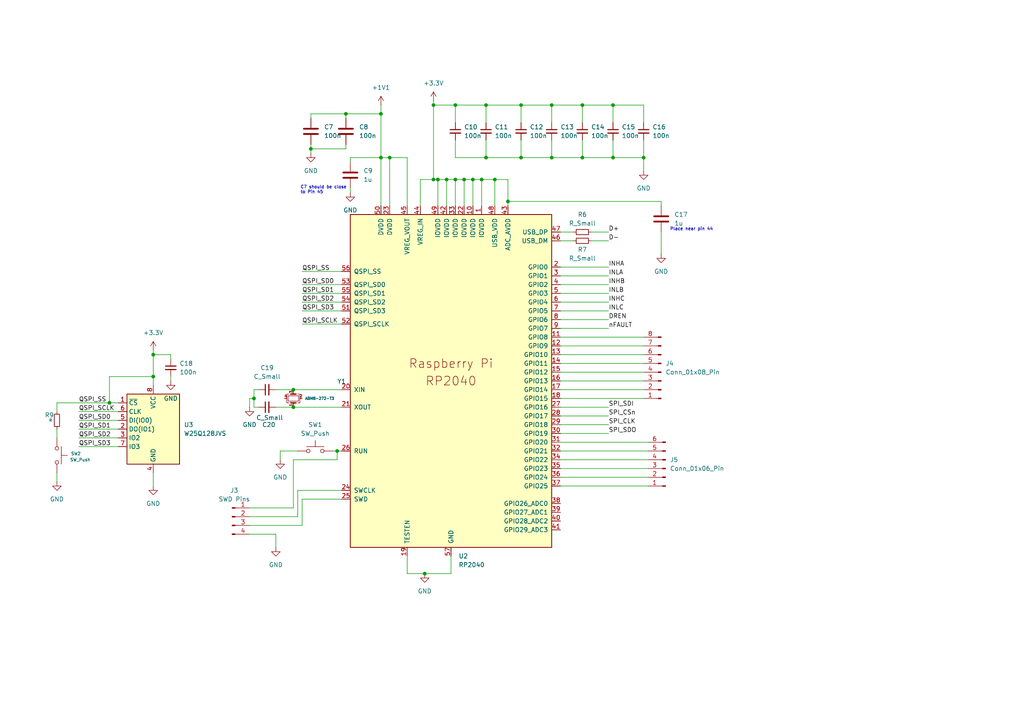
<source format=kicad_sch>
(kicad_sch (version 20231120) (generator "eeschema") (generator_version "8.0")
  (paper "A4")
  (lib_symbols
    (symbol "Connector:Conn_01x04_Pin" (pin_names (offset 1.016) hide)
      (property "Reference" "J" (at 0 5.08 0))
      (property "Value" "Conn_01x04_Pin" (at 0 -7.62 0))
      (symbol "Conn_01x04_Pin_1_1"
        (polyline (pts (xy 1.27 -5.08) (xy 0.8636 -5.08)) (stroke (width 0.1524)))
        (polyline (pts (xy 1.27 -2.54) (xy 0.8636 -2.54)) (stroke (width 0.1524)))
        (polyline (pts (xy 1.27 0) (xy 0.8636 0)) (stroke (width 0.1524)))
        (polyline (pts (xy 1.27 2.54) (xy 0.8636 2.54)) (stroke (width 0.1524)))
        (rectangle (start 0.8636 -4.953) (end 0 -5.207) (stroke (width 0.1524)) (fill (type outline)))
        (rectangle (start 0.8636 -2.413) (end 0 -2.667) (stroke (width 0.1524)) (fill (type outline)))
        (rectangle (start 0.8636 0.127) (end 0 -0.127) (stroke (width 0.1524)) (fill (type outline)))
        (rectangle (start 0.8636 2.667) (end 0 2.413) (stroke (width 0.1524)) (fill (type outline)))
        (pin passive line (at 5.08 2.54 180) (length 3.81) (name "Pin_1") (number "1"))
        (pin passive line (at 5.08 0 180) (length 3.81) (name "Pin_2") (number "2"))
        (pin passive line (at 5.08 -2.54 180) (length 3.81) (name "Pin_3") (number "3"))
        (pin passive line (at 5.08 -5.08 180) (length 3.81) (name "Pin_4") (number "4"))
      )
    )
    (symbol "Connector:Conn_01x06_Pin" (pin_names (offset 1.016) hide)
      (property "Reference" "J" (at 0 7.62 0))
      (property "Value" "Conn_01x06_Pin" (at 0 -10.16 0))
      (symbol "Conn_01x06_Pin_1_1"
        (polyline (pts (xy 1.27 -7.62) (xy 0.8636 -7.62)) (stroke (width 0.1524)))
        (polyline (pts (xy 1.27 -5.08) (xy 0.8636 -5.08)) (stroke (width 0.1524)))
        (polyline (pts (xy 1.27 -2.54) (xy 0.8636 -2.54)) (stroke (width 0.1524)))
        (polyline (pts (xy 1.27 0) (xy 0.8636 0)) (stroke (width 0.1524)))
        (polyline (pts (xy 1.27 2.54) (xy 0.8636 2.54)) (stroke (width 0.1524)))
        (polyline (pts (xy 1.27 5.08) (xy 0.8636 5.08)) (stroke (width 0.1524)))
        (rectangle (start 0.8636 -7.493) (end 0 -7.747) (stroke (width 0.1524)) (fill (type outline)))
        (rectangle (start 0.8636 -4.953) (end 0 -5.207) (stroke (width 0.1524)) (fill (type outline)))
        (rectangle (start 0.8636 -2.413) (end 0 -2.667) (stroke (width 0.1524)) (fill (type outline)))
        (rectangle (start 0.8636 0.127) (end 0 -0.127) (stroke (width 0.1524)) (fill (type outline)))
        (rectangle (start 0.8636 2.667) (end 0 2.413) (stroke (width 0.1524)) (fill (type outline)))
        (rectangle (start 0.8636 5.207) (end 0 4.953) (stroke (width 0.1524)) (fill (type outline)))
        (pin passive line (at 5.08 5.08 180) (length 3.81) (name "Pin_1") (number "1"))
        (pin passive line (at 5.08 2.54 180) (length 3.81) (name "Pin_2") (number "2"))
        (pin passive line (at 5.08 0 180) (length 3.81) (name "Pin_3") (number "3"))
        (pin passive line (at 5.08 -2.54 180) (length 3.81) (name "Pin_4") (number "4"))
        (pin passive line (at 5.08 -5.08 180) (length 3.81) (name "Pin_5") (number "5"))
        (pin passive line (at 5.08 -7.62 180) (length 3.81) (name "Pin_6") (number "6"))
      )
    )
    (symbol "Connector:Conn_01x08_Pin" (pin_names (offset 1.016) hide)
      (property "Reference" "J" (at 0 10.16 0))
      (property "Value" "Conn_01x08_Pin" (at 0 -12.7 0))
      (symbol "Conn_01x08_Pin_1_1"
        (polyline (pts (xy 1.27 -10.16) (xy 0.8636 -10.16)) (stroke (width 0.1524)))
        (polyline (pts (xy 1.27 -7.62) (xy 0.8636 -7.62)) (stroke (width 0.1524)))
        (polyline (pts (xy 1.27 -5.08) (xy 0.8636 -5.08)) (stroke (width 0.1524)))
        (polyline (pts (xy 1.27 -2.54) (xy 0.8636 -2.54)) (stroke (width 0.1524)))
        (polyline (pts (xy 1.27 0) (xy 0.8636 0)) (stroke (width 0.1524)))
        (polyline (pts (xy 1.27 2.54) (xy 0.8636 2.54)) (stroke (width 0.1524)))
        (polyline (pts (xy 1.27 5.08) (xy 0.8636 5.08)) (stroke (width 0.1524)))
        (polyline (pts (xy 1.27 7.62) (xy 0.8636 7.62)) (stroke (width 0.1524)))
        (rectangle (start 0.8636 -10.033) (end 0 -10.287) (stroke (width 0.1524)) (fill (type outline)))
        (rectangle (start 0.8636 -7.493) (end 0 -7.747) (stroke (width 0.1524)) (fill (type outline)))
        (rectangle (start 0.8636 -4.953) (end 0 -5.207) (stroke (width 0.1524)) (fill (type outline)))
        (rectangle (start 0.8636 -2.413) (end 0 -2.667) (stroke (width 0.1524)) (fill (type outline)))
        (rectangle (start 0.8636 0.127) (end 0 -0.127) (stroke (width 0.1524)) (fill (type outline)))
        (rectangle (start 0.8636 2.667) (end 0 2.413) (stroke (width 0.1524)) (fill (type outline)))
        (rectangle (start 0.8636 5.207) (end 0 4.953) (stroke (width 0.1524)) (fill (type outline)))
        (rectangle (start 0.8636 7.747) (end 0 7.493) (stroke (width 0.1524)) (fill (type outline)))
        (pin passive line (at 5.08 7.62 180) (length 3.81) (name "Pin_1") (number "1"))
        (pin passive line (at 5.08 5.08 180) (length 3.81) (name "Pin_2") (number "2"))
        (pin passive line (at 5.08 2.54 180) (length 3.81) (name "Pin_3") (number "3"))
        (pin passive line (at 5.08 0 180) (length 3.81) (name "Pin_4") (number "4"))
        (pin passive line (at 5.08 -2.54 180) (length 3.81) (name "Pin_5") (number "5"))
        (pin passive line (at 5.08 -5.08 180) (length 3.81) (name "Pin_6") (number "6"))
        (pin passive line (at 5.08 -7.62 180) (length 3.81) (name "Pin_7") (number "7"))
        (pin passive line (at 5.08 -10.16 180) (length 3.81) (name "Pin_8") (number "8"))
      )
    )
    (symbol "Device:C" (pin_numbers hide) (pin_names (offset 0.254))
      (property "Reference" "C" (at 0.635 2.54 0))
      (property "Value" "C" (at 0.635 -2.54 0))
      (symbol "C_0_1"
        (polyline (pts (xy -2.032 -0.762) (xy 2.032 -0.762)) (stroke (width 0.508)))
        (polyline (pts (xy -2.032 0.762) (xy 2.032 0.762)) (stroke (width 0.508)))
      )
      (symbol "C_1_1"
        (pin passive line (at 0 3.81 270) (length 2.794) (name "~") (number "1"))
        (pin passive line (at 0 -3.81 90) (length 2.794) (name "~") (number "2"))
      )
    )
    (symbol "Device:C_Small" (pin_numbers hide) (pin_names (offset 0.254) hide)
      (property "Reference" "C" (at 0.254 1.778 0))
      (property "Value" "C_Small" (at 0.254 -2.032 0))
      (symbol "C_Small_0_1"
        (polyline (pts (xy -1.524 -0.508) (xy 1.524 -0.508)) (stroke (width 0.3302)))
        (polyline (pts (xy -1.524 0.508) (xy 1.524 0.508)) (stroke (width 0.3048)))
      )
      (symbol "C_Small_1_1"
        (pin passive line (at 0 2.54 270) (length 2.032) (name "~") (number "1"))
        (pin passive line (at 0 -2.54 90) (length 2.032) (name "~") (number "2"))
      )
    )
    (symbol "Device:Crystal_GND24_Small" (pin_names (offset 1.016) hide)
      (property "Reference" "Y" (at 1.27 4.445 0))
      (property "Value" "Crystal_GND24_Small" (at 1.27 2.54 0))
      (symbol "Crystal_GND24_Small_0_1"
        (rectangle (start -0.762 -1.524) (end 0.762 1.524))
        (polyline (pts (xy -1.27 -0.762) (xy -1.27 0.762)) (stroke (width 0.381)))
        (polyline (pts (xy 1.27 -0.762) (xy 1.27 0.762)) (stroke (width 0.381)))
        (polyline (pts (xy -1.27 -1.27) (xy -1.27 -1.905) (xy 1.27 -1.905) (xy 1.27 -1.27)))
        (polyline (pts (xy -1.27 1.27) (xy -1.27 1.905) (xy 1.27 1.905) (xy 1.27 1.27)))
      )
      (symbol "Crystal_GND24_Small_1_1"
        (pin passive line (at -2.54 0 0) (length 1.27) (name "1") (number "1"))
        (pin passive line (at 0 -2.54 90) (length 0.635) (name "2") (number "2"))
        (pin passive line (at 2.54 0 180) (length 1.27) (name "3") (number "3"))
        (pin passive line (at 0 2.54 270) (length 0.635) (name "4") (number "4"))
      )
    )
    (symbol "Device:R_Small" (pin_numbers hide) (pin_names (offset 0.254) hide)
      (property "Reference" "R" (at 0.762 0.508 0))
      (property "Value" "R_Small" (at 0.762 -1.016 0))
      (symbol "R_Small_0_1"
        (rectangle (start -0.762 1.778) (end 0.762 -1.778) (stroke (width 0.2032)))
      )
      (symbol "R_Small_1_1"
        (pin passive line (at 0 2.54 270) (length 0.762) (name "~") (number "1"))
        (pin passive line (at 0 -2.54 90) (length 0.762) (name "~") (number "2"))
      )
    )
    (symbol "GND_10" (power) (pin_numbers hide) (pin_names (offset 0) hide)
      (property "Value" "GND" (at 0 -3.81 0))
      (symbol "GND_10_0_1"
        (polyline (pts (xy 0 0) (xy 0 -1.27) (xy 1.27 -1.27) (xy 0 -2.54) (xy -1.27 -1.27) (xy 0 -1.27)))
      )
      (symbol "GND_10_1_1"
        (pin power_in line (at 0 0 270) (length 0) (name "~") (number "1"))
      )
    )
    (symbol "GND_2" (power) (pin_numbers hide) (pin_names (offset 0) hide)
      (property "Value" "GND" (at 0 -3.81 0))
      (symbol "GND_2_0_1"
        (polyline (pts (xy 0 0) (xy 0 -1.27) (xy 1.27 -1.27) (xy 0 -2.54) (xy -1.27 -1.27) (xy 0 -1.27)))
      )
      (symbol "GND_2_1_1"
        (pin power_in line (at 0 0 270) (length 0) (name "~") (number "1"))
      )
    )
    (symbol "GND_7" (power) (pin_numbers hide) (pin_names (offset 0) hide)
      (property "Value" "GND" (at 0 -3.81 0))
      (symbol "GND_7_0_1"
        (polyline (pts (xy 0 0) (xy 0 -1.27) (xy 1.27 -1.27) (xy 0 -2.54) (xy -1.27 -1.27) (xy 0 -1.27)))
      )
      (symbol "GND_7_1_1"
        (pin power_in line (at 0 0 270) (length 0) (name "~") (number "1"))
      )
    )
    (symbol "GND_8" (power) (pin_numbers hide) (pin_names (offset 0) hide)
      (property "Value" "GND" (at 0 -3.81 0))
      (symbol "GND_8_0_1"
        (polyline (pts (xy 0 0) (xy 0 -1.27) (xy 1.27 -1.27) (xy 0 -2.54) (xy -1.27 -1.27) (xy 0 -1.27)))
      )
      (symbol "GND_8_1_1"
        (pin power_in line (at 0 0 270) (length 0) (name "~") (number "1"))
      )
    )
    (symbol "GND_9" (power) (pin_numbers hide) (pin_names (offset 0) hide)
      (property "Value" "GND" (at 0 -3.81 0))
      (symbol "GND_9_0_1"
        (polyline (pts (xy 0 0) (xy 0 -1.27) (xy 1.27 -1.27) (xy 0 -2.54) (xy -1.27 -1.27) (xy 0 -1.27)))
      )
      (symbol "GND_9_1_1"
        (pin power_in line (at 0 0 270) (length 0) (name "~") (number "1"))
      )
    )
    (symbol "Memory_Flash:W25Q128JVS"
      (property "Reference" "U" (at -8.89 8.89 0))
      (property "Value" "W25Q128JVS" (at 7.62 8.89 0))
      (symbol "W25Q128JVS_0_1"
        (rectangle (start -7.62 10.16) (end 7.62 -10.16) (stroke (width 0.254)) (fill (type background)))
      )
      (symbol "W25Q128JVS_1_1"
        (pin input line (at -10.16 7.62 0) (length 2.54) (name "~{CS}") (number "1"))
        (pin bidirectional line (at -10.16 0 0) (length 2.54) (name "DO(IO1)") (number "2"))
        (pin bidirectional line (at -10.16 -2.54 0) (length 2.54) (name "IO2") (number "3"))
        (pin power_in line (at 0 -12.7 90) (length 2.54) (name "GND") (number "4"))
        (pin bidirectional line (at -10.16 2.54 0) (length 2.54) (name "DI(IO0)") (number "5"))
        (pin input line (at -10.16 5.08 0) (length 2.54) (name "CLK") (number "6"))
        (pin bidirectional line (at -10.16 -5.08 0) (length 2.54) (name "IO3") (number "7"))
        (pin power_in line (at 0 12.7 270) (length 2.54) (name "VCC") (number "8"))
      )
    )
    (symbol "RP2040:RP2040" (pin_names (offset 1.016))
      (property "Reference" "U" (at -29.21 49.53 0))
      (property "Value" "RP2040" (at 24.13 -49.53 0))
      (symbol "RP2040_0_0"
        (text "Raspberry Pi" (at 0 5.08 0) (effects (font (size 2.54 2.54))))
        (text "RP2040" (at 0 0 0) (effects (font (size 2.54 2.54))))
      )
      (symbol "RP2040_0_1"
        (rectangle (start 29.21 48.26) (end -29.21 -48.26) (stroke (width 0.254)) (fill (type background)))
      )
      (symbol "RP2040_1_1"
        (pin power_in line (at 8.89 50.8 270) (length 2.54) (name "IOVDD") (number "1"))
        (pin power_in line (at 6.35 50.8 270) (length 2.54) (name "IOVDD") (number "10"))
        (pin bidirectional line (at 31.75 12.7 180) (length 2.54) (name "GPIO8") (number "11"))
        (pin bidirectional line (at 31.75 10.16 180) (length 2.54) (name "GPIO9") (number "12"))
        (pin bidirectional line (at 31.75 7.62 180) (length 2.54) (name "GPIO10") (number "13"))
        (pin bidirectional line (at 31.75 5.08 180) (length 2.54) (name "GPIO11") (number "14"))
        (pin bidirectional line (at 31.75 2.54 180) (length 2.54) (name "GPIO12") (number "15"))
        (pin bidirectional line (at 31.75 0 180) (length 2.54) (name "GPIO13") (number "16"))
        (pin bidirectional line (at 31.75 -2.54 180) (length 2.54) (name "GPIO14") (number "17"))
        (pin bidirectional line (at 31.75 -5.08 180) (length 2.54) (name "GPIO15") (number "18"))
        (pin passive line (at -12.7 -50.8 90) (length 2.54) (name "TESTEN") (number "19"))
        (pin bidirectional line (at 31.75 33.02 180) (length 2.54) (name "GPIO0") (number "2"))
        (pin input line (at -31.75 -2.54 0) (length 2.54) (name "XIN") (number "20"))
        (pin passive line (at -31.75 -7.62 0) (length 2.54) (name "XOUT") (number "21"))
        (pin power_in line (at 3.81 50.8 270) (length 2.54) (name "IOVDD") (number "22"))
        (pin power_in line (at -17.78 50.8 270) (length 2.54) (name "DVDD") (number "23"))
        (pin output line (at -31.75 -31.75 0) (length 2.54) (name "SWCLK") (number "24"))
        (pin bidirectional line (at -31.75 -34.29 0) (length 2.54) (name "SWD") (number "25"))
        (pin input line (at -31.75 -20.32 0) (length 2.54) (name "RUN") (number "26"))
        (pin bidirectional line (at 31.75 -7.62 180) (length 2.54) (name "GPIO16") (number "27"))
        (pin bidirectional line (at 31.75 -10.16 180) (length 2.54) (name "GPIO17") (number "28"))
        (pin bidirectional line (at 31.75 -12.7 180) (length 2.54) (name "GPIO18") (number "29"))
        (pin bidirectional line (at 31.75 30.48 180) (length 2.54) (name "GPIO1") (number "3"))
        (pin bidirectional line (at 31.75 -15.24 180) (length 2.54) (name "GPIO19") (number "30"))
        (pin bidirectional line (at 31.75 -17.78 180) (length 2.54) (name "GPIO20") (number "31"))
        (pin bidirectional line (at 31.75 -20.32 180) (length 2.54) (name "GPIO21") (number "32"))
        (pin power_in line (at 1.27 50.8 270) (length 2.54) (name "IOVDD") (number "33"))
        (pin bidirectional line (at 31.75 -22.86 180) (length 2.54) (name "GPIO22") (number "34"))
        (pin bidirectional line (at 31.75 -25.4 180) (length 2.54) (name "GPIO23") (number "35"))
        (pin bidirectional line (at 31.75 -27.94 180) (length 2.54) (name "GPIO24") (number "36"))
        (pin bidirectional line (at 31.75 -30.48 180) (length 2.54) (name "GPIO25") (number "37"))
        (pin bidirectional line (at 31.75 -35.56 180) (length 2.54) (name "GPIO26_ADC0") (number "38"))
        (pin bidirectional line (at 31.75 -38.1 180) (length 2.54) (name "GPIO27_ADC1") (number "39"))
        (pin bidirectional line (at 31.75 27.94 180) (length 2.54) (name "GPIO2") (number "4"))
        (pin bidirectional line (at 31.75 -40.64 180) (length 2.54) (name "GPIO28_ADC2") (number "40"))
        (pin bidirectional line (at 31.75 -43.18 180) (length 2.54) (name "GPIO29_ADC3") (number "41"))
        (pin power_in line (at -1.27 50.8 270) (length 2.54) (name "IOVDD") (number "42"))
        (pin power_in line (at 16.51 50.8 270) (length 2.54) (name "ADC_AVDD") (number "43"))
        (pin power_in line (at -8.89 50.8 270) (length 2.54) (name "VREG_IN") (number "44"))
        (pin power_out line (at -12.7 50.8 270) (length 2.54) (name "VREG_VOUT") (number "45"))
        (pin bidirectional line (at 31.75 40.64 180) (length 2.54) (name "USB_DM") (number "46"))
        (pin bidirectional line (at 31.75 43.18 180) (length 2.54) (name "USB_DP") (number "47"))
        (pin power_in line (at 12.7 50.8 270) (length 2.54) (name "USB_VDD") (number "48"))
        (pin power_in line (at -3.81 50.8 270) (length 2.54) (name "IOVDD") (number "49"))
        (pin bidirectional line (at 31.75 25.4 180) (length 2.54) (name "GPIO3") (number "5"))
        (pin power_in line (at -20.32 50.8 270) (length 2.54) (name "DVDD") (number "50"))
        (pin bidirectional line (at -31.75 20.32 0) (length 2.54) (name "QSPI_SD3") (number "51"))
        (pin output line (at -31.75 16.51 0) (length 2.54) (name "QSPI_SCLK") (number "52"))
        (pin bidirectional line (at -31.75 27.94 0) (length 2.54) (name "QSPI_SD0") (number "53"))
        (pin bidirectional line (at -31.75 22.86 0) (length 2.54) (name "QSPI_SD2") (number "54"))
        (pin bidirectional line (at -31.75 25.4 0) (length 2.54) (name "QSPI_SD1") (number "55"))
        (pin bidirectional line (at -31.75 31.75 0) (length 2.54) (name "QSPI_SS") (number "56"))
        (pin power_in line (at 0 -50.8 90) (length 2.54) (name "GND") (number "57"))
        (pin bidirectional line (at 31.75 22.86 180) (length 2.54) (name "GPIO4") (number "6"))
        (pin bidirectional line (at 31.75 20.32 180) (length 2.54) (name "GPIO5") (number "7"))
        (pin bidirectional line (at 31.75 17.78 180) (length 2.54) (name "GPIO6") (number "8"))
        (pin bidirectional line (at 31.75 15.24 180) (length 2.54) (name "GPIO7") (number "9"))
      )
    )
    (symbol "Switch:SW_Push" (pin_numbers hide) (pin_names (offset 1.016) hide)
      (property "Reference" "SW" (at 1.27 2.54 0))
      (property "Value" "SW_Push" (at 0 -1.524 0))
      (symbol "SW_Push_0_1"
        (circle (center -2.032 0) (radius 0.508))
        (polyline (pts (xy 0 1.27) (xy 0 3.048)))
        (polyline (pts (xy 2.54 1.27) (xy -2.54 1.27)))
        (circle (center 2.032 0) (radius 0.508))
        (pin passive line (at -5.08 0 0) (length 2.54) (name "1") (number "1"))
        (pin passive line (at 5.08 0 180) (length 2.54) (name "2") (number "2"))
      )
    )
    (symbol "power:+1V1" (power) (pin_numbers hide) (pin_names (offset 0) hide)
      (property "Value" "+1V1" (at 0 3.556 0))
      (symbol "+1V1_0_1"
        (polyline (pts (xy -0.762 1.27) (xy 0 2.54)))
        (polyline (pts (xy 0 0) (xy 0 2.54)))
        (polyline (pts (xy 0 2.54) (xy 0.762 1.27)))
      )
      (symbol "+1V1_1_1"
        (pin power_in line (at 0 0 90) (length 0) (name "~") (number "1"))
      )
    )
    (symbol "power:+3.3V" (power) (pin_numbers hide) (pin_names (offset 0) hide)
      (property "Value" "+3.3V" (at 0 3.556 0))
      (symbol "+3.3V_0_1"
        (polyline (pts (xy -0.762 1.27) (xy 0 2.54)))
        (polyline (pts (xy 0 0) (xy 0 2.54)))
        (polyline (pts (xy 0 2.54) (xy 0.762 1.27)))
      )
      (symbol "+3.3V_1_1"
        (pin power_in line (at 0 0 90) (length 0) (name "~") (number "1"))
      )
    )
    (symbol "power:GND" (power) (pin_numbers hide) (pin_names (offset 0) hide)
      (property "Value" "GND" (at 0 -3.81 0))
      (symbol "GND_0_1"
        (polyline (pts (xy 0 0) (xy 0 -1.27) (xy 1.27 -1.27) (xy 0 -2.54) (xy -1.27 -1.27) (xy 0 -1.27)))
      )
      (symbol "GND_1_1"
        (pin power_in line (at 0 0 270) (length 0) (name "~") (number "1"))
      )
    )
  )
  (junction (at 110.49 45.72))
  (junction (at 140.97 45.72))
  (junction (at 85.09 113.03))
  (junction (at 100.33 33.02))
  (junction (at 137.16 52.07))
  (junction (at 151.13 30.48))
  (junction (at 139.7 52.07))
  (junction (at 90.17 43.18))
  (junction (at 125.73 30.48))
  (junction (at 129.54 52.07))
  (junction (at 160.02 30.48))
  (junction (at 151.13 45.72))
  (junction (at 132.08 52.07))
  (junction (at 140.97 30.48))
  (junction (at 168.91 30.48))
  (junction (at 44.45 102.87))
  (junction (at 132.08 30.48))
  (junction (at 186.69 45.72))
  (junction (at 85.09 118.11))
  (junction (at 127 52.07))
  (junction (at 113.03 45.72))
  (junction (at 110.49 33.02))
  (junction (at 31.75 116.84))
  (junction (at 160.02 45.72))
  (junction (at 44.45 109.22))
  (junction (at 177.8 45.72))
  (junction (at 143.51 52.07))
  (junction (at 134.62 52.07))
  (junction (at 97.79 130.81))
  (junction (at 147.32 58.42))
  (junction (at 168.91 45.72))
  (junction (at 73.66 115.57))
  (junction (at 125.73 52.07))
  (junction (at 177.8 30.48))
  (junction (at 123.19 166.37))
  (wire (pts (xy 118.11 59.69) (xy 118.11 45.72)))
  (wire (pts (xy 110.49 45.72) (xy 101.6 45.72)))
  (wire (pts (xy 121.92 52.07) (xy 121.92 59.69)))
  (wire (pts (xy 162.56 130.81) (xy 187.96 130.81)))
  (wire (pts (xy 162.56 100.33) (xy 186.69 100.33)))
  (wire (pts (xy 22.86 127) (xy 34.29 127)))
  (wire (pts (xy 162.56 120.65) (xy 176.53 120.65)))
  (wire (pts (xy 177.8 45.72) (xy 186.69 45.72)))
  (wire (pts (xy 134.62 52.07) (xy 132.08 52.07)))
  (wire (pts (xy 110.49 33.02) (xy 110.49 45.72)))
  (wire (pts (xy 177.8 40.64) (xy 177.8 45.72)))
  (wire (pts (xy 132.08 35.56) (xy 132.08 30.48)))
  (wire (pts (xy 143.51 52.07) (xy 143.51 59.69)))
  (wire (pts (xy 162.56 90.17) (xy 176.53 90.17)))
  (wire (pts (xy 97.79 130.81) (xy 99.06 130.81)))
  (wire (pts (xy 22.86 129.54) (xy 34.29 129.54)))
  (wire (pts (xy 140.97 30.48) (xy 151.13 30.48)))
  (wire (pts (xy 140.97 40.64) (xy 140.97 45.72)))
  (wire (pts (xy 132.08 30.48) (xy 140.97 30.48)))
  (wire (pts (xy 85.09 147.32) (xy 72.39 147.32)))
  (wire (pts (xy 162.56 92.71) (xy 176.53 92.71)))
  (wire (pts (xy 151.13 30.48) (xy 160.02 30.48)))
  (wire (pts (xy 162.56 85.09) (xy 176.53 85.09)))
  (wire (pts (xy 129.54 52.07) (xy 127 52.07)))
  (wire (pts (xy 162.56 82.55) (xy 176.53 82.55)))
  (wire (pts (xy 86.36 149.86) (xy 72.39 149.86)))
  (wire (pts (xy 81.28 130.81) (xy 81.28 133.35)))
  (wire (pts (xy 49.53 109.22) (xy 49.53 110.49)))
  (wire (pts (xy 168.91 45.72) (xy 177.8 45.72)))
  (wire (pts (xy 87.63 85.09) (xy 99.06 85.09)))
  (wire (pts (xy 186.69 45.72) (xy 186.69 40.64)))
  (wire (pts (xy 100.33 33.02) (xy 110.49 33.02)))
  (wire (pts (xy 113.03 45.72) (xy 110.49 45.72)))
  (wire (pts (xy 16.51 116.84) (xy 31.75 116.84)))
  (wire (pts (xy 132.08 52.07) (xy 132.08 59.69)))
  (wire (pts (xy 90.17 33.02) (xy 90.17 34.29)))
  (wire (pts (xy 162.56 67.31) (xy 166.37 67.31)))
  (wire (pts (xy 87.63 93.98) (xy 99.06 93.98)))
  (wire (pts (xy 162.56 113.03) (xy 186.69 113.03)))
  (wire (pts (xy 137.16 52.07) (xy 134.62 52.07)))
  (wire (pts (xy 132.08 45.72) (xy 140.97 45.72)))
  (wire (pts (xy 72.39 115.57) (xy 72.39 118.11)))
  (wire (pts (xy 87.63 78.74) (xy 99.06 78.74)))
  (wire (pts (xy 44.45 137.16) (xy 44.45 140.97)))
  (wire (pts (xy 162.56 123.19) (xy 176.53 123.19)))
  (wire (pts (xy 160.02 40.64) (xy 160.02 45.72)))
  (wire (pts (xy 96.52 130.81) (xy 97.79 130.81)))
  (wire (pts (xy 85.09 113.03) (xy 99.06 113.03)))
  (wire (pts (xy 87.63 87.63) (xy 99.06 87.63)))
  (wire (pts (xy 168.91 30.48) (xy 177.8 30.48)))
  (wire (pts (xy 31.75 116.84) (xy 31.75 109.22)))
  (wire (pts (xy 162.56 97.79) (xy 186.69 97.79)))
  (wire (pts (xy 129.54 52.07) (xy 129.54 59.69)))
  (wire (pts (xy 123.19 166.37) (xy 130.81 166.37)))
  (wire (pts (xy 177.8 30.48) (xy 186.69 30.48)))
  (wire (pts (xy 110.49 45.72) (xy 110.49 59.69)))
  (wire (pts (xy 87.63 90.17) (xy 99.06 90.17)))
  (wire (pts (xy 191.77 58.42) (xy 191.77 59.69)))
  (wire (pts (xy 16.51 116.84) (xy 16.51 119.38)))
  (wire (pts (xy 49.53 102.87) (xy 49.53 104.14)))
  (wire (pts (xy 90.17 44.45) (xy 90.17 43.18)))
  (wire (pts (xy 87.63 152.4) (xy 72.39 152.4)))
  (wire (pts (xy 132.08 52.07) (xy 129.54 52.07)))
  (wire (pts (xy 162.56 95.25) (xy 176.53 95.25)))
  (wire (pts (xy 86.36 142.24) (xy 86.36 149.86)))
  (wire (pts (xy 147.32 59.69) (xy 147.32 58.42)))
  (wire (pts (xy 118.11 166.37) (xy 123.19 166.37)))
  (wire (pts (xy 186.69 45.72) (xy 186.69 49.53)))
  (wire (pts (xy 90.17 43.18) (xy 90.17 41.91)))
  (wire (pts (xy 168.91 40.64) (xy 168.91 45.72)))
  (wire (pts (xy 31.75 109.22) (xy 44.45 109.22)))
  (wire (pts (xy 137.16 52.07) (xy 137.16 59.69)))
  (wire (pts (xy 16.51 124.46) (xy 16.51 127)))
  (wire (pts (xy 16.51 137.16) (xy 16.51 139.7)))
  (wire (pts (xy 160.02 30.48) (xy 168.91 30.48)))
  (wire (pts (xy 162.56 133.35) (xy 187.96 133.35)))
  (wire (pts (xy 118.11 45.72) (xy 113.03 45.72)))
  (wire (pts (xy 100.33 33.02) (xy 100.33 34.29)))
  (wire (pts (xy 151.13 40.64) (xy 151.13 45.72)))
  (wire (pts (xy 162.56 87.63) (xy 176.53 87.63)))
  (wire (pts (xy 100.33 43.18) (xy 90.17 43.18)))
  (wire (pts (xy 73.66 115.57) (xy 72.39 115.57)))
  (wire (pts (xy 80.01 118.11) (xy 85.09 118.11)))
  (wire (pts (xy 80.01 154.94) (xy 80.01 158.75)))
  (wire (pts (xy 162.56 69.85) (xy 166.37 69.85)))
  (wire (pts (xy 151.13 45.72) (xy 160.02 45.72)))
  (wire (pts (xy 186.69 30.48) (xy 186.69 35.56)))
  (wire (pts (xy 139.7 52.07) (xy 137.16 52.07)))
  (wire (pts (xy 162.56 80.01) (xy 176.53 80.01)))
  (wire (pts (xy 162.56 138.43) (xy 187.96 138.43)))
  (wire (pts (xy 31.75 116.84) (xy 34.29 116.84)))
  (wire (pts (xy 147.32 58.42) (xy 147.32 52.07)))
  (wire (pts (xy 80.01 113.03) (xy 85.09 113.03)))
  (wire (pts (xy 125.73 52.07) (xy 121.92 52.07)))
  (wire (pts (xy 100.33 41.91) (xy 100.33 43.18)))
  (wire (pts (xy 162.56 118.11) (xy 176.53 118.11)))
  (wire (pts (xy 151.13 30.48) (xy 151.13 35.56)))
  (wire (pts (xy 22.86 124.46) (xy 34.29 124.46)))
  (wire (pts (xy 44.45 101.6) (xy 44.45 102.87)))
  (wire (pts (xy 110.49 30.48) (xy 110.49 33.02)))
  (wire (pts (xy 22.86 121.92) (xy 34.29 121.92)))
  (wire (pts (xy 125.73 30.48) (xy 125.73 52.07)))
  (wire (pts (xy 162.56 115.57) (xy 186.69 115.57)))
  (wire (pts (xy 147.32 52.07) (xy 143.51 52.07)))
  (wire (pts (xy 130.81 161.29) (xy 130.81 166.37)))
  (wire (pts (xy 73.66 113.03) (xy 73.66 115.57)))
  (wire (pts (xy 73.66 118.11) (xy 74.93 118.11)))
  (wire (pts (xy 101.6 45.72) (xy 101.6 46.99)))
  (wire (pts (xy 97.79 130.81) (xy 97.79 133.35)))
  (wire (pts (xy 97.79 133.35) (xy 85.09 133.35)))
  (wire (pts (xy 73.66 115.57) (xy 73.66 118.11)))
  (wire (pts (xy 86.36 130.81) (xy 81.28 130.81)))
  (wire (pts (xy 162.56 105.41) (xy 186.69 105.41)))
  (wire (pts (xy 160.02 30.48) (xy 160.02 35.56)))
  (wire (pts (xy 171.45 69.85) (xy 176.53 69.85)))
  (wire (pts (xy 87.63 144.78) (xy 87.63 152.4)))
  (wire (pts (xy 22.86 119.38) (xy 34.29 119.38)))
  (wire (pts (xy 101.6 54.61) (xy 101.6 55.88)))
  (wire (pts (xy 127 52.07) (xy 127 59.69)))
  (wire (pts (xy 90.17 33.02) (xy 100.33 33.02)))
  (wire (pts (xy 143.51 52.07) (xy 139.7 52.07)))
  (wire (pts (xy 139.7 52.07) (xy 139.7 59.69)))
  (wire (pts (xy 177.8 30.48) (xy 177.8 35.56)))
  (wire (pts (xy 191.77 67.31) (xy 191.77 73.66)))
  (wire (pts (xy 99.06 142.24) (xy 86.36 142.24)))
  (wire (pts (xy 72.39 154.94) (xy 80.01 154.94)))
  (wire (pts (xy 44.45 102.87) (xy 49.53 102.87)))
  (wire (pts (xy 99.06 144.78) (xy 87.63 144.78)))
  (wire (pts (xy 160.02 45.72) (xy 168.91 45.72)))
  (wire (pts (xy 125.73 30.48) (xy 132.08 30.48)))
  (wire (pts (xy 85.09 133.35) (xy 85.09 147.32)))
  (wire (pts (xy 162.56 110.49) (xy 186.69 110.49)))
  (wire (pts (xy 168.91 30.48) (xy 168.91 35.56)))
  (wire (pts (xy 74.93 113.03) (xy 73.66 113.03)))
  (wire (pts (xy 162.56 77.47) (xy 176.53 77.47)))
  (wire (pts (xy 140.97 30.48) (xy 140.97 35.56)))
  (wire (pts (xy 87.63 82.55) (xy 99.06 82.55)))
  (wire (pts (xy 162.56 125.73) (xy 176.53 125.73)))
  (wire (pts (xy 118.11 161.29) (xy 118.11 166.37)))
  (wire (pts (xy 162.56 135.89) (xy 187.96 135.89)))
  (wire (pts (xy 171.45 67.31) (xy 176.53 67.31)))
  (wire (pts (xy 140.97 45.72) (xy 151.13 45.72)))
  (wire (pts (xy 125.73 29.21) (xy 125.73 30.48)))
  (wire (pts (xy 162.56 107.95) (xy 186.69 107.95)))
  (wire (pts (xy 85.09 118.11) (xy 99.06 118.11)))
  (wire (pts (xy 147.32 58.42) (xy 191.77 58.42)))
  (wire (pts (xy 162.56 102.87) (xy 186.69 102.87)))
  (wire (pts (xy 44.45 102.87) (xy 44.45 109.22)))
  (wire (pts (xy 162.56 140.97) (xy 187.96 140.97)))
  (wire (pts (xy 134.62 52.07) (xy 134.62 59.69)))
  (wire (pts (xy 162.56 128.27) (xy 187.96 128.27)))
  (wire (pts (xy 113.03 45.72) (xy 113.03 59.69)))
  (wire (pts (xy 44.45 109.22) (xy 44.45 111.76)))
  (wire (pts (xy 132.08 40.64) (xy 132.08 45.72)))
  (wire (pts (xy 127 52.07) (xy 125.73 52.07)))
  (text "C7 should be close\nto Pin 45" (at 87.122 55.118 0) (effects (font (size 0.889 0.889)) (justify left)))
  (text "Place near pin 44" (at 194.31 66.548 0) (effects (font (size 0.889 0.889)) (justify left)))
  (label "QSPI_SD3" (at 87.63 90.17 0))
  (label "D-" (at 176.53 69.85 0))
  (label "INHC" (at 176.53 87.63 0))
  (label "nFAULT" (at 176.53 95.25 0))
  (label "QSPI_SD1" (at 87.63 85.09 0))
  (label "QSPI_SD2" (at 87.63 87.63 0))
  (label "QSPI_SD1" (at 22.86 124.46 0))
  (label "SPI_CLK" (at 176.53 123.19 0))
  (label "QSPI_SD0" (at 22.86 121.92 0))
  (label "INHB" (at 176.53 82.55 0))
  (label "SPI_SDO" (at 176.53 125.73 0))
  (label "SPI_CSn" (at 176.53 120.65 0))
  (label "INLA" (at 176.53 80.01 0))
  (label "QSPI_SS" (at 87.63 78.74 0))
  (label "INLC" (at 176.53 90.17 0))
  (label "QSPI_SCLK" (at 87.63 93.98 0))
  (label "QSPI_SCLK" (at 22.86 119.38 0))
  (label "D+" (at 176.53 67.31 0))
  (label "QSPI_SS" (at 22.86 116.84 0))
  (label "INHA" (at 176.53 77.47 0))
  (label "QSPI_SD3" (at 22.86 129.54 0))
  (label "DREN" (at 176.53 92.71 0))
  (label "QSPI_SD2" (at 22.86 127 0))
  (label "SPI_SDI" (at 176.53 118.11 0))
  (label "INLB" (at 176.53 85.09 0))
  (label "QSPI_SD0" (at 87.63 82.55 0))
  (symbol (lib_id "power:+1V1") (at 110.49 30.48 0) (unit 1)
    (property "Reference" "#PWR018" (effects (hide yes)))
    (property "Value" "+1V1" (at 110.49 25.4 0))
    (property "Description" "Power symbol creates a global label with name \"+1V1\"" (effects (hide yes)))
  )
  (symbol (lib_id "Device:C_Small") (at 177.8 38.1 0) (unit 1)
    (property "Reference" "C15" (at 180.34 36.8362 0) (effects (justify left)))
    (property "Value" "100n" (at 180.34 39.3762 0) (effects (justify left)))
    (property "Description" "Unpolarized capacitor, small symbol" (effects (hide yes)))
  )
  (symbol (lib_id "Device:C_Small") (at 151.13 38.1 0) (unit 1)
    (property "Reference" "C12" (at 153.67 36.8362 0) (effects (justify left)))
    (property "Value" "100n" (at 153.67 39.3762 0) (effects (justify left)))
    (property "Description" "Unpolarized capacitor, small symbol" (effects (hide yes)))
  )
  (symbol (lib_name "GND_2") (lib_id "power:GND") (at 123.19 166.37 0) (unit 1)
    (property "Reference" "#PWR019" (effects (hide yes)))
    (property "Value" "GND" (at 123.19 171.45 0))
    (property "Description" "Power symbol creates a global label with name \"GND\" , ground" (effects (hide yes)))
  )
  (symbol (lib_id "power:GND") (at 81.28 133.35 0) (unit 1)
    (property "Reference" "#PWR030" (effects (hide yes)))
    (property "Value" "GND" (at 81.28 138.43 0))
    (property "Description" "Power symbol creates a global label with name \"GND\" , ground" (effects (hide yes)))
  )
  (symbol (lib_id "Memory_Flash:W25Q128JVS") (at 44.45 124.46 0) (unit 1)
    (property "Reference" "U3" (at 53.34 123.1899 0) (effects (justify left)))
    (property "Value" "W25Q128JVS" (at 53.34 125.7299 0) (effects (justify left)))
    (property "Footprint" "Package_SO:SOIC-8_5.23x5.23mm_P1.27mm" (effects (hide yes)))
    (property "Datasheet" "http://www.winbond.com/resource-files/w25q128jv_dtr%20revc%2003272018%20plus.pdf" (effects (hide yes)))
    (property "Description" "128Mb Serial Flash Memory, Standard/Dual/Quad SPI, SOIC-8" (effects (hide yes)))
  )
  (symbol (lib_id "Device:C_Small") (at 168.91 38.1 0) (unit 1)
    (property "Reference" "C14" (at 171.45 36.8362 0) (effects (justify left)))
    (property "Value" "100n" (at 171.45 39.3762 0) (effects (justify left)))
    (property "Description" "Unpolarized capacitor, small symbol" (effects (hide yes)))
  )
  (symbol (lib_id "power:GND") (at 80.01 158.75 0) (unit 1)
    (property "Reference" "#PWR033" (effects (hide yes)))
    (property "Value" "GND" (at 80.01 163.83 0))
    (property "Description" "Power symbol creates a global label with name \"GND\" , ground" (effects (hide yes)))
  )
  (symbol (lib_name "GND_8") (lib_id "power:GND") (at 90.17 44.45 0) (unit 1)
    (property "Reference" "#PWR015" (effects (hide yes)))
    (property "Value" "GND" (at 90.17 49.53 0))
    (property "Description" "Power symbol creates a global label with name \"GND\" , ground" (effects (hide yes)))
  )
  (symbol (lib_id "RP2040:RP2040") (at 130.81 110.49 0) (unit 1)
    (property "Reference" "U2" (at 133.0041 161.29 0) (effects (justify left)))
    (property "Value" "RP2040" (at 133.0041 163.83 0) (effects (justify left)))
    (property "Footprint" "RP2040:RP2040-QFN-56" (effects (hide yes)))
  )
  (symbol (lib_id "Device:C") (at 101.6 50.8 0) (unit 1)
    (property "Reference" "C9" (at 105.41 49.5299 0) (effects (justify left)))
    (property "Value" "1u" (at 105.41 52.0699 0) (effects (justify left)))
    (property "Description" "Unpolarized capacitor" (effects (hide yes)))
  )
  (symbol (lib_id "Device:C_Small") (at 77.47 118.11 90) (unit 1)
    (property "Reference" "C20" (at 77.978 123.19 90))
    (property "Value" "C_Small" (at 78.232 121.158 90))
    (property "Description" "Unpolarized capacitor, small symbol" (effects (hide yes)))
  )
  (symbol (lib_id "Device:C") (at 191.77 63.5 0) (unit 1)
    (property "Reference" "C17" (at 195.58 62.2299 0) (effects (justify left)))
    (property "Value" "1u" (at 195.58 64.7699 0) (effects (justify left)))
    (property "Description" "Unpolarized capacitor" (effects (hide yes)))
  )
  (symbol (lib_id "Device:Crystal_GND24_Small") (at 85.09 115.57 90) (unit 1)
    (property "Reference" "Y1" (at 99.06 110.6168 90))
    (property "Value" "ABM8-272-T3" (at 92.71 115.57 90) (effects (font (size 0.762 0.762))))
    (property "Description" "Four pin crystal, GND on pins 2 and 4, small symbol" (effects (hide yes)))
  )
  (symbol (lib_id "Device:R_Small") (at 168.91 67.31 90) (unit 1)
    (property "Reference" "R6" (at 168.91 62.23 90))
    (property "Value" "R_Small" (at 168.91 64.77 90))
    (property "Description" "Resistor, small symbol" (effects (hide yes)))
  )
  (symbol (lib_id "power:GND") (at 49.53 110.49 0) (unit 1)
    (property "Reference" "#PWR024" (effects (hide yes)))
    (property "Value" "GND" (at 49.53 115.57 0))
    (property "Description" "Power symbol creates a global label with name \"GND\" , ground" (effects (hide yes)))
  )
  (symbol (lib_id "Device:C_Small") (at 140.97 38.1 0) (unit 1)
    (property "Reference" "C11" (at 143.51 36.8362 0) (effects (justify left)))
    (property "Value" "100n" (at 143.51 39.3762 0) (effects (justify left)))
    (property "Description" "Unpolarized capacitor, small symbol" (effects (hide yes)))
  )
  (symbol (lib_id "Connector:Conn_01x06_Pin") (at 193.04 135.89 180) (unit 1)
    (property "Reference" "J5" (at 194.31 133.3499 0) (effects (justify right)))
    (property "Value" "Conn_01x06_Pin" (at 194.31 135.8899 0) (effects (justify right)))
    (property "Description" "Generic connector, single row, 01x06, script generated" (effects (hide yes)))
  )
  (symbol (lib_id "Device:C_Small") (at 132.08 38.1 0) (unit 1)
    (property "Reference" "C10" (at 134.62 36.8362 0) (effects (justify left)))
    (property "Value" "100n" (at 134.62 39.3762 0) (effects (justify left)))
    (property "Description" "Unpolarized capacitor, small symbol" (effects (hide yes)))
  )
  (symbol (lib_id "Device:R_Small") (at 16.51 121.92 0) (unit 1)
    (property "Reference" "R9" (at 12.954 120.396 0) (effects (justify left)))
    (property "Value" "R" (at 14.224 121.92 0) (effects (font (size 0.762 0.762)) (justify left)))
    (property "Description" "Resistor, small symbol" (effects (hide yes)))
  )
  (symbol (lib_id "power:+3.3V") (at 125.73 29.21 0) (unit 1)
    (property "Reference" "#PWR020" (effects (hide yes)))
    (property "Value" "+3.3V" (at 125.73 24.13 0))
    (property "Description" "Power symbol creates a global label with name \"+3.3V\"" (effects (hide yes)))
  )
  (symbol (lib_id "Connector:Conn_01x08_Pin") (at 191.77 107.95 180) (unit 1)
    (property "Reference" "J4" (at 193.04 105.4099 0) (effects (justify right)))
    (property "Value" "Conn_01x08_Pin" (at 193.04 107.9499 0) (effects (justify right)))
    (property "Description" "Generic connector, single row, 01x08, script generated" (effects (hide yes)))
  )
  (symbol (lib_id "Device:R_Small") (at 168.91 69.85 270) (unit 1)
    (property "Reference" "R7" (at 168.91 72.39 90))
    (property "Value" "R_Small" (at 168.91 74.93 90))
    (property "Description" "Resistor, small symbol" (effects (hide yes)))
  )
  (symbol (lib_id "power:GND") (at 44.45 140.97 0) (unit 1)
    (property "Reference" "#PWR025" (effects (hide yes)))
    (property "Value" "GND" (at 44.45 146.05 0))
    (property "Description" "Power symbol creates a global label with name \"GND\" , ground" (effects (hide yes)))
  )
  (symbol (lib_id "Switch:SW_Push") (at 16.51 132.08 270) (unit 1)
    (property "Reference" "SW2" (at 20.574 131.572 90) (effects (font (size 0.889 0.889)) (justify left)))
    (property "Value" "SW_Push" (at 20.32 133.35 90) (effects (font (size 0.889 0.889)) (justify left)))
    (property "Footprint" "Button_Switch_THT:SW_PUSH_6mm" (effects (hide yes)))
    (property "Description" "Push button switch, generic, two pins" (effects (hide yes)))
  )
  (symbol (lib_id "Device:C_Small") (at 77.47 113.03 90) (unit 1)
    (property "Reference" "C19" (at 77.4763 106.68 90))
    (property "Value" "C_Small" (at 77.4763 109.22 90))
    (property "Description" "Unpolarized capacitor, small symbol" (effects (hide yes)))
  )
  (symbol (lib_name "GND_10") (lib_id "power:GND") (at 191.77 73.66 0) (unit 1)
    (property "Reference" "#PWR022" (effects (hide yes)))
    (property "Value" "GND" (at 191.77 78.74 0))
    (property "Description" "Power symbol creates a global label with name \"GND\" , ground" (effects (hide yes)))
  )
  (symbol (lib_id "Device:C_Small") (at 160.02 38.1 0) (unit 1)
    (property "Reference" "C13" (at 162.56 36.8362 0) (effects (justify left)))
    (property "Value" "100n" (at 162.56 39.3762 0) (effects (justify left)))
    (property "Description" "Unpolarized capacitor, small symbol" (effects (hide yes)))
  )
  (symbol (lib_id "power:GND") (at 16.51 139.7 0) (unit 1)
    (property "Reference" "#PWR032" (effects (hide yes)))
    (property "Value" "GND" (at 16.51 144.78 0))
    (property "Description" "Power symbol creates a global label with name \"GND\" , ground" (effects (hide yes)))
  )
  (symbol (lib_id "Device:C") (at 90.17 38.1 0) (unit 1)
    (property "Reference" "C7" (at 93.98 36.8299 0) (effects (justify left)))
    (property "Value" "100n" (at 93.98 39.3699 0) (effects (justify left)))
    (property "Description" "Unpolarized capacitor" (effects (hide yes)))
  )
  (symbol (lib_id "Connector:Conn_01x04_Pin") (at 67.31 149.86 0) (unit 1)
    (property "Reference" "J3" (at 67.945 142.24 0))
    (property "Value" "SWD Pins" (at 67.945 144.78 0))
    (property "Description" "Generic connector, single row, 01x04, script generated" (effects (hide yes)))
  )
  (symbol (lib_id "power:+3.3V") (at 44.45 101.6 0) (unit 1)
    (property "Reference" "#PWR023" (effects (hide yes)))
    (property "Value" "+3.3V" (at 44.45 96.52 0))
    (property "Description" "Power symbol creates a global label with name \"+3.3V\"" (effects (hide yes)))
  )
  (symbol (lib_id "Switch:SW_Push") (at 91.44 130.81 0) (unit 1)
    (property "Reference" "SW1" (at 91.44 123.19 0))
    (property "Value" "SW_Push" (at 91.44 125.73 0))
    (property "Footprint" "Button_Switch_THT:SW_PUSH_6mm" (effects (hide yes)))
    (property "Description" "Push button switch, generic, two pins" (effects (hide yes)))
  )
  (symbol (lib_id "Device:C_Small") (at 186.69 38.1 0) (unit 1)
    (property "Reference" "C16" (at 189.23 36.8362 0) (effects (justify left)))
    (property "Value" "100n" (at 189.23 39.3762 0) (effects (justify left)))
    (property "Description" "Unpolarized capacitor, small symbol" (effects (hide yes)))
  )
  (symbol (lib_id "Device:C_Small") (at 49.53 106.68 0) (unit 1)
    (property "Reference" "C18" (at 52.07 105.4162 0) (effects (justify left)))
    (property "Value" "100n" (at 52.07 107.9562 0) (effects (justify left)))
    (property "Description" "Unpolarized capacitor, small symbol" (effects (hide yes)))
  )
  (symbol (lib_name "GND_9") (lib_id "power:GND") (at 186.69 49.53 0) (unit 1)
    (property "Reference" "#PWR021" (effects (hide yes)))
    (property "Value" "GND" (at 186.69 54.61 0))
    (property "Description" "Power symbol creates a global label with name \"GND\" , ground" (effects (hide yes)))
  )
  (symbol (lib_name "GND_7") (lib_id "power:GND") (at 101.6 55.88 0) (unit 1)
    (property "Reference" "#PWR017" (effects (hide yes)))
    (property "Value" "GND" (at 101.6 60.96 0))
    (property "Description" "Power symbol creates a global label with name \"GND\" , ground" (effects (hide yes)))
  )
  (symbol (lib_id "power:GND") (at 72.39 118.11 0) (unit 1)
    (property "Reference" "#PWR031" (effects (hide yes)))
    (property "Value" "GND" (at 72.39 123.19 0))
    (property "Description" "Power symbol creates a global label with name \"GND\" , ground" (effects (hide yes)))
  )
  (symbol (lib_id "Device:C") (at 100.33 38.1 0) (unit 1)
    (property "Reference" "C8" (at 104.14 36.8299 0) (effects (justify left)))
    (property "Value" "100n" (at 104.14 39.3699 0) (effects (justify left)))
    (property "Description" "Unpolarized capacitor" (effects (hide yes)))
  )
)
</source>
